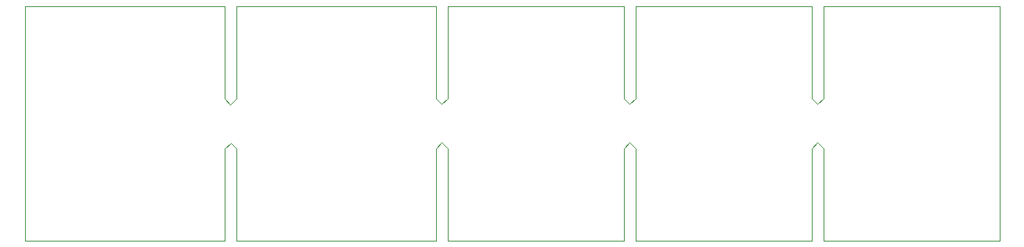
<source format=gbr>
%TF.GenerationSoftware,KiCad,Pcbnew,7.0.5*%
%TF.CreationDate,2024-05-30T09:30:07-05:00*%
%TF.ProjectId,wrist_ems_12_electrodes,77726973-745f-4656-9d73-5f31325f656c,rev?*%
%TF.SameCoordinates,Original*%
%TF.FileFunction,Profile,NP*%
%FSLAX46Y46*%
G04 Gerber Fmt 4.6, Leading zero omitted, Abs format (unit mm)*
G04 Created by KiCad (PCBNEW 7.0.5) date 2024-05-30 09:30:07*
%MOMM*%
%LPD*%
G01*
G04 APERTURE LIST*
%TA.AperFunction,Profile*%
%ADD10C,0.100000*%
%TD*%
G04 APERTURE END LIST*
D10*
X100330000Y-86200000D02*
X100960000Y-86880000D01*
X101600000Y-86200000D01*
X101600000Y-76200000D01*
X123190000Y-76200000D01*
X123190000Y-86185000D01*
X123825000Y-86820000D01*
X124460000Y-86185000D01*
X124460000Y-76200000D01*
X143510000Y-76200000D01*
X143510000Y-86190000D01*
X144145000Y-86825000D01*
X144780000Y-86185000D01*
X144780000Y-76200000D01*
X163830000Y-76200000D01*
X163830000Y-86190000D01*
X164465000Y-86815000D01*
X165100000Y-86190000D01*
X165100000Y-76200000D01*
X184150000Y-76200000D01*
X184150000Y-101600000D01*
X165100000Y-101600000D01*
X165100000Y-91600000D01*
X164465000Y-90965000D01*
X163830000Y-91600000D01*
X163830000Y-101600000D01*
X144780000Y-101600000D01*
X144785316Y-91599684D01*
X144145000Y-90960000D01*
X143510000Y-91610000D01*
X143510000Y-101600000D01*
X124460000Y-101600000D01*
X124460000Y-91610000D01*
X123825000Y-90965000D01*
X123190000Y-91605000D01*
X123190000Y-101600000D01*
X101600000Y-101600000D01*
X101600000Y-91600000D01*
X100990000Y-91020000D01*
X100330000Y-91600000D01*
X100330000Y-101600000D01*
X78740000Y-101600000D01*
X78740000Y-76200000D01*
X100330000Y-76200000D01*
X100330000Y-86200000D01*
M02*

</source>
